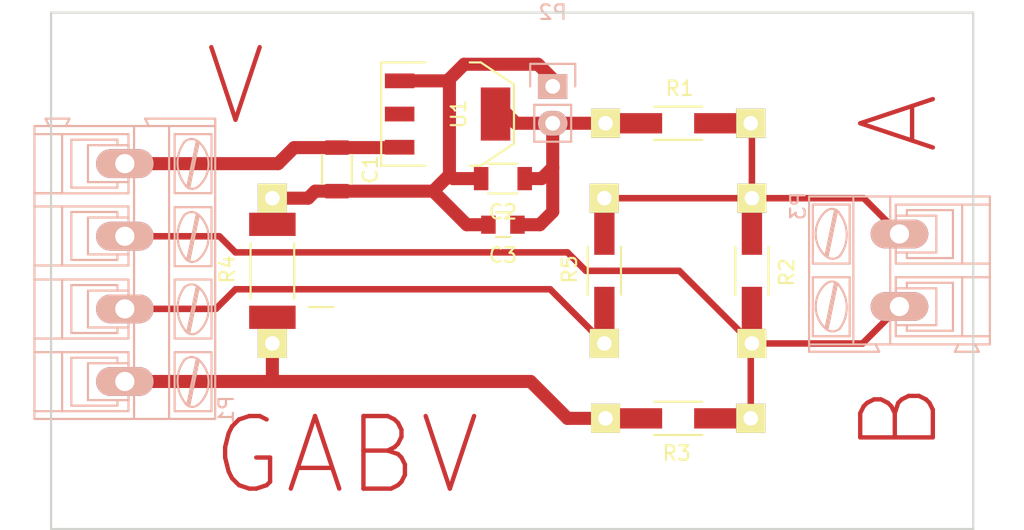
<source format=kicad_pcb>
(kicad_pcb (version 4) (host pcbnew 4.0.4-stable)

  (general
    (links 33)
    (no_connects 13)
    (area 115.138 79.685 187.222 116.915001)
    (thickness 1.6)
    (drawings 8)
    (tracks 55)
    (zones 0)
    (modules 12)
    (nets 6)
  )

  (page A4)
  (title_block
    (title "GOL RS485 Power Link")
    (date 2017-04-18)
    (rev A)
    (company "Matthew Swarts")
  )

  (layers
    (0 F.Cu signal)
    (31 B.Cu signal)
    (32 B.Adhes user)
    (33 F.Adhes user)
    (34 B.Paste user)
    (35 F.Paste user)
    (36 B.SilkS user)
    (37 F.SilkS user)
    (38 B.Mask user)
    (39 F.Mask user)
    (40 Dwgs.User user)
    (41 Cmts.User user)
    (42 Eco1.User user)
    (43 Eco2.User user)
    (44 Edge.Cuts user)
    (45 Margin user)
    (46 B.CrtYd user)
    (47 F.CrtYd user)
    (48 B.Fab user)
    (49 F.Fab user)
  )

  (setup
    (last_trace_width 0.9)
    (user_trace_width 0.9)
    (trace_clearance 0.8)
    (zone_clearance 0.508)
    (zone_45_only no)
    (trace_min 0.2)
    (segment_width 0.2)
    (edge_width 0.15)
    (via_size 0.6)
    (via_drill 0.4)
    (via_min_size 0.4)
    (via_min_drill 0.3)
    (uvia_size 0.3)
    (uvia_drill 0.1)
    (uvias_allowed no)
    (uvia_min_size 0.2)
    (uvia_min_drill 0.1)
    (pcb_text_width 0.3)
    (pcb_text_size 1.5 1.5)
    (mod_edge_width 0.15)
    (mod_text_size 1 1)
    (mod_text_width 0.15)
    (pad_size 2.032 1.7)
    (pad_drill 1.016)
    (pad_to_mask_clearance 0.2)
    (aux_axis_origin 0 0)
    (visible_elements FFFFFF7F)
    (pcbplotparams
      (layerselection 0x01000_00000001)
      (usegerberextensions false)
      (excludeedgelayer true)
      (linewidth 0.100000)
      (plotframeref false)
      (viasonmask false)
      (mode 1)
      (useauxorigin false)
      (hpglpennumber 1)
      (hpglpenspeed 20)
      (hpglpendiameter 15)
      (hpglpenoverlay 2)
      (psnegative false)
      (psa4output false)
      (plotreference true)
      (plotvalue true)
      (plotinvisibletext false)
      (padsonsilk false)
      (subtractmaskfromsilk false)
      (outputformat 1)
      (mirror false)
      (drillshape 0)
      (scaleselection 1)
      (outputdirectory gerbers/))
  )

  (net 0 "")
  (net 1 V12)
  (net 2 GND)
  (net 3 V33)
  (net 4 A)
  (net 5 B)

  (net_class Default "This is the default net class."
    (clearance 0.8)
    (trace_width 0.45)
    (via_dia 0.6)
    (via_drill 0.4)
    (uvia_dia 0.3)
    (uvia_drill 0.1)
    (add_net A)
    (add_net B)
    (add_net GND)
    (add_net V12)
    (add_net V33)
  )

  (module Capacitors_SMD:C_1206 (layer F.Cu) (tedit 5415D7BD) (tstamp 58F5BEBA)
    (at 139.065 92.075 270)
    (descr "Capacitor SMD 1206, reflow soldering, AVX (see smccp.pdf)")
    (tags "capacitor 1206")
    (path /58F616D5)
    (attr smd)
    (fp_text reference C1 (at 0 -2.3 270) (layer F.SilkS)
      (effects (font (size 1 1) (thickness 0.15)))
    )
    (fp_text value 10uF (at 0 2.3 270) (layer F.Fab)
      (effects (font (size 1 1) (thickness 0.15)))
    )
    (fp_line (start -2.3 -1.15) (end 2.3 -1.15) (layer F.CrtYd) (width 0.05))
    (fp_line (start -2.3 1.15) (end 2.3 1.15) (layer F.CrtYd) (width 0.05))
    (fp_line (start -2.3 -1.15) (end -2.3 1.15) (layer F.CrtYd) (width 0.05))
    (fp_line (start 2.3 -1.15) (end 2.3 1.15) (layer F.CrtYd) (width 0.05))
    (fp_line (start 1 -1.025) (end -1 -1.025) (layer F.SilkS) (width 0.15))
    (fp_line (start -1 1.025) (end 1 1.025) (layer F.SilkS) (width 0.15))
    (pad 1 smd rect (at -1.5 0 270) (size 1 1.6) (layers F.Cu F.Paste F.Mask)
      (net 1 V12))
    (pad 2 smd rect (at 1.5 0 270) (size 1 1.6) (layers F.Cu F.Paste F.Mask)
      (net 2 GND))
    (model Capacitors_SMD.3dshapes/C_1206.wrl
      (at (xyz 0 0 0))
      (scale (xyz 1 1 1))
      (rotate (xyz 0 0 0))
    )
  )

  (module Capacitors_SMD:C_1206 (layer F.Cu) (tedit 5415D7BD) (tstamp 58F5BEC0)
    (at 150.495 92.71 180)
    (descr "Capacitor SMD 1206, reflow soldering, AVX (see smccp.pdf)")
    (tags "capacitor 1206")
    (path /58F61713)
    (attr smd)
    (fp_text reference C2 (at 0 -2.3 180) (layer F.SilkS)
      (effects (font (size 1 1) (thickness 0.15)))
    )
    (fp_text value 10uF (at 0 2.3 180) (layer F.Fab)
      (effects (font (size 1 1) (thickness 0.15)))
    )
    (fp_line (start -2.3 -1.15) (end 2.3 -1.15) (layer F.CrtYd) (width 0.05))
    (fp_line (start -2.3 1.15) (end 2.3 1.15) (layer F.CrtYd) (width 0.05))
    (fp_line (start -2.3 -1.15) (end -2.3 1.15) (layer F.CrtYd) (width 0.05))
    (fp_line (start 2.3 -1.15) (end 2.3 1.15) (layer F.CrtYd) (width 0.05))
    (fp_line (start 1 -1.025) (end -1 -1.025) (layer F.SilkS) (width 0.15))
    (fp_line (start -1 1.025) (end 1 1.025) (layer F.SilkS) (width 0.15))
    (pad 1 smd rect (at -1.5 0 180) (size 1 1.6) (layers F.Cu F.Paste F.Mask)
      (net 3 V33))
    (pad 2 smd rect (at 1.5 0 180) (size 1 1.6) (layers F.Cu F.Paste F.Mask)
      (net 2 GND))
    (model Capacitors_SMD.3dshapes/C_1206.wrl
      (at (xyz 0 0 0))
      (scale (xyz 1 1 1))
      (rotate (xyz 0 0 0))
    )
  )

  (module Capacitors_SMD:C_0805 (layer F.Cu) (tedit 5415D6EA) (tstamp 58F5BEC6)
    (at 150.495 95.885 180)
    (descr "Capacitor SMD 0805, reflow soldering, AVX (see smccp.pdf)")
    (tags "capacitor 0805")
    (path /58F61743)
    (attr smd)
    (fp_text reference C3 (at 0 -2.1 180) (layer F.SilkS)
      (effects (font (size 1 1) (thickness 0.15)))
    )
    (fp_text value 0.1uF (at 0 2.1 180) (layer F.Fab)
      (effects (font (size 1 1) (thickness 0.15)))
    )
    (fp_line (start -1.8 -1) (end 1.8 -1) (layer F.CrtYd) (width 0.05))
    (fp_line (start -1.8 1) (end 1.8 1) (layer F.CrtYd) (width 0.05))
    (fp_line (start -1.8 -1) (end -1.8 1) (layer F.CrtYd) (width 0.05))
    (fp_line (start 1.8 -1) (end 1.8 1) (layer F.CrtYd) (width 0.05))
    (fp_line (start 0.5 -0.85) (end -0.5 -0.85) (layer F.SilkS) (width 0.15))
    (fp_line (start -0.5 0.85) (end 0.5 0.85) (layer F.SilkS) (width 0.15))
    (pad 1 smd rect (at -1 0 180) (size 1 1.25) (layers F.Cu F.Paste F.Mask)
      (net 3 V33))
    (pad 2 smd rect (at 1 0 180) (size 1 1.25) (layers F.Cu F.Paste F.Mask)
      (net 2 GND))
    (model Capacitors_SMD.3dshapes/C_0805.wrl
      (at (xyz 0 0 0))
      (scale (xyz 1 1 1))
      (rotate (xyz 0 0 0))
    )
  )

  (module Connect:AK300-4 (layer B.Cu) (tedit 54791E04) (tstamp 58F5BECE)
    (at 124.46 106.68 90)
    (descr CONNECTOR)
    (tags CONNECTOR)
    (path /58F615C4)
    (attr virtual)
    (fp_text reference P1 (at -1.945 6.985 90) (layer B.SilkS)
      (effects (font (size 1 1) (thickness 0.15)) (justify mirror))
    )
    (fp_text value CONN_MAIN1 (at 2.754 -7.747 90) (layer B.Fab)
      (effects (font (size 1 1) (thickness 0.15)) (justify mirror))
    )
    (fp_line (start 18.35 6.473) (end 18.35 -6.473) (layer B.CrtYd) (width 0.05))
    (fp_line (start -2.83 6.473) (end -2.83 -6.473) (layer B.CrtYd) (width 0.05))
    (fp_line (start -2.83 -6.473) (end 18.35 -6.473) (layer B.CrtYd) (width 0.05))
    (fp_line (start -2.83 6.473) (end 18.35 6.473) (layer B.CrtYd) (width 0.05))
    (fp_line (start 8.75 0.254) (end 8.75 -2.54) (layer B.SilkS) (width 0.15))
    (fp_line (start 8.75 -2.54) (end 11.29 -2.54) (layer B.SilkS) (width 0.15))
    (fp_line (start 11.29 -2.54) (end 11.29 0.254) (layer B.SilkS) (width 0.15))
    (fp_line (start 7.9372 3.429) (end 7.9372 5.969) (layer B.SilkS) (width 0.15))
    (fp_line (start 7.9372 5.969) (end 12.0012 5.969) (layer B.SilkS) (width 0.15))
    (fp_line (start 12.0012 5.969) (end 12.0012 3.429) (layer B.SilkS) (width 0.15))
    (fp_line (start 12.0012 3.429) (end 7.9372 3.429) (layer B.SilkS) (width 0.15))
    (fp_line (start 8.3436 4.445) (end 11.3916 5.08) (layer B.SilkS) (width 0.15))
    (fp_line (start 8.4706 4.318) (end 11.5186 4.953) (layer B.SilkS) (width 0.15))
    (fp_arc (start 10.9852 4.59486) (end 11.49066 5.05206) (angle -90.5) (layer B.SilkS) (width 0.15))
    (fp_arc (start 10.02 6.0706) (end 11.48304 4.11734) (angle -75.5) (layer B.SilkS) (width 0.15))
    (fp_arc (start 9.94126 3.7084) (end 8.3436 5.0038) (angle -100) (layer B.SilkS) (width 0.15))
    (fp_arc (start 8.8262 4.64566) (end 8.53664 4.1275) (angle -104.2) (layer B.SilkS) (width 0.15))
    (fp_line (start 7.988 -4.318) (end 12.052 -4.318) (layer B.SilkS) (width 0.15))
    (fp_line (start 12.052 -6.223) (end 12.052 0.254) (layer B.SilkS) (width 0.15))
    (fp_line (start 8.369 -0.508) (end 8.75 -0.508) (layer B.SilkS) (width 0.15))
    (fp_line (start 8.369 -0.508) (end 8.369 -3.683) (layer B.SilkS) (width 0.15))
    (fp_line (start 8.369 -3.683) (end 11.671 -3.683) (layer B.SilkS) (width 0.15))
    (fp_line (start 11.671 -3.683) (end 11.671 -0.508) (layer B.SilkS) (width 0.15))
    (fp_line (start 11.671 -0.508) (end 11.29 -0.508) (layer B.SilkS) (width 0.15))
    (fp_line (start 12.51 0.635) (end 17.59 0.635) (layer B.SilkS) (width 0.15))
    (fp_line (start 7.988 -6.223) (end 7.988 0.254) (layer B.SilkS) (width 0.15))
    (fp_line (start 7.988 0.254) (end 12.052 0.254) (layer B.SilkS) (width 0.15))
    (fp_line (start 16.955 -6.223) (end 13.018 -6.223) (layer B.SilkS) (width 0.15))
    (fp_line (start 13.168 -6.223) (end 7.072 -6.223) (layer B.SilkS) (width 0.15))
    (fp_line (start 17.59 3.048) (end -2.58 3.048) (layer B.SilkS) (width 0.15))
    (fp_line (start 17.74 6.223) (end -2.58 6.223) (layer B.SilkS) (width 0.15))
    (fp_line (start 12.66 0.635) (end -2.5165 0.635) (layer B.SilkS) (width 0.15))
    (fp_line (start 12.9545 -4.0005) (end 12.9545 0.254) (layer B.SilkS) (width 0.15))
    (fp_arc (start 13.8562 4.64566) (end 13.56664 4.1275) (angle -104.2) (layer B.SilkS) (width 0.15))
    (fp_arc (start 14.97126 3.7084) (end 13.3736 5.0038) (angle -100) (layer B.SilkS) (width 0.15))
    (fp_arc (start 15.05 6.0706) (end 16.51304 4.11734) (angle -75.5) (layer B.SilkS) (width 0.15))
    (fp_arc (start 16.0152 4.59486) (end 16.52066 5.05206) (angle -90.5) (layer B.SilkS) (width 0.15))
    (fp_line (start 13.3482 0.254) (end 16.6502 0.254) (layer B.SilkS) (width 0.15))
    (fp_line (start 12.9672 0.254) (end 13.3482 0.254) (layer B.SilkS) (width 0.15))
    (fp_line (start 17.0312 0.254) (end 16.6502 0.254) (layer B.SilkS) (width 0.15))
    (fp_line (start 13.5006 4.318) (end 16.5486 4.953) (layer B.SilkS) (width 0.15))
    (fp_line (start 13.3736 4.445) (end 16.4216 5.08) (layer B.SilkS) (width 0.15))
    (fp_line (start 17.0312 3.429) (end 12.9672 3.429) (layer B.SilkS) (width 0.15))
    (fp_line (start 17.0312 5.969) (end 17.0312 3.429) (layer B.SilkS) (width 0.15))
    (fp_line (start 12.9672 5.969) (end 17.0312 5.969) (layer B.SilkS) (width 0.15))
    (fp_line (start 12.9672 3.429) (end 12.9672 5.969) (layer B.SilkS) (width 0.15))
    (fp_line (start 17.59 3.175) (end 17.59 1.651) (layer B.SilkS) (width 0.15))
    (fp_line (start 17.59 0.635) (end 17.59 -4.064) (layer B.SilkS) (width 0.15))
    (fp_line (start 17.59 1.651) (end 17.59 0.635) (layer B.SilkS) (width 0.15))
    (fp_line (start 16.6502 -0.508) (end 16.2692 -0.508) (layer B.SilkS) (width 0.15))
    (fp_line (start 13.3482 -0.508) (end 13.7292 -0.508) (layer B.SilkS) (width 0.15))
    (fp_line (start 13.3482 -3.683) (end 13.3482 -0.508) (layer B.SilkS) (width 0.15))
    (fp_line (start 16.6502 -3.683) (end 13.3482 -3.683) (layer B.SilkS) (width 0.15))
    (fp_line (start 16.6502 -3.683) (end 16.6502 -0.508) (layer B.SilkS) (width 0.15))
    (fp_line (start 17.0312 -4.318) (end 17.0312 -6.223) (layer B.SilkS) (width 0.15))
    (fp_line (start 12.9672 -4.318) (end 17.0312 -4.318) (layer B.SilkS) (width 0.15))
    (fp_line (start 17.0312 -6.223) (end 17.59 -6.223) (layer B.SilkS) (width 0.15))
    (fp_line (start 17.0312 0.254) (end 17.0312 -4.318) (layer B.SilkS) (width 0.15))
    (fp_line (start 12.9672 -6.223) (end 12.9672 -4.318) (layer B.SilkS) (width 0.15))
    (fp_line (start 18.098 -3.81) (end 18.098 -5.461) (layer B.SilkS) (width 0.15))
    (fp_line (start 17.59 -4.064) (end 17.59 -5.207) (layer B.SilkS) (width 0.15))
    (fp_line (start 18.098 -3.81) (end 17.59 -4.064) (layer B.SilkS) (width 0.15))
    (fp_line (start 17.59 -5.207) (end 17.59 -6.223) (layer B.SilkS) (width 0.15))
    (fp_line (start 18.098 -5.461) (end 17.59 -5.207) (layer B.SilkS) (width 0.15))
    (fp_line (start 18.098 1.397) (end 17.59 1.651) (layer B.SilkS) (width 0.15))
    (fp_line (start 18.098 6.223) (end 18.098 1.397) (layer B.SilkS) (width 0.15))
    (fp_line (start 17.59 6.223) (end 18.098 6.223) (layer B.SilkS) (width 0.15))
    (fp_line (start 17.59 6.223) (end 17.59 3.175) (layer B.SilkS) (width 0.15))
    (fp_line (start 13.7292 -2.54) (end 13.7292 0.254) (layer B.SilkS) (width 0.15))
    (fp_line (start 13.7292 0.254) (end 16.2692 0.254) (layer B.SilkS) (width 0.15))
    (fp_line (start 16.2692 -2.54) (end 16.2692 0.254) (layer B.SilkS) (width 0.15))
    (fp_line (start 13.7292 -2.54) (end 16.2692 -2.54) (layer B.SilkS) (width 0.15))
    (fp_line (start -1.2846 -2.54) (end 1.2554 -2.54) (layer B.SilkS) (width 0.15))
    (fp_line (start 1.2554 -2.54) (end 1.2554 0.254) (layer B.SilkS) (width 0.15))
    (fp_line (start -1.2846 0.254) (end 1.2554 0.254) (layer B.SilkS) (width 0.15))
    (fp_line (start -1.2846 -2.54) (end -1.2846 0.254) (layer B.SilkS) (width 0.15))
    (fp_line (start 3.7192 -2.54) (end 6.2592 -2.54) (layer B.SilkS) (width 0.15))
    (fp_line (start 6.2592 -2.54) (end 6.2592 0.254) (layer B.SilkS) (width 0.15))
    (fp_line (start 3.7192 0.254) (end 6.2592 0.254) (layer B.SilkS) (width 0.15))
    (fp_line (start 3.7192 -2.54) (end 3.7192 0.254) (layer B.SilkS) (width 0.15))
    (fp_line (start 12.9545 -5.207) (end 12.9545 -6.223) (layer B.SilkS) (width 0.15))
    (fp_line (start 12.9545 -4.064) (end 12.9545 -5.207) (layer B.SilkS) (width 0.15))
    (fp_line (start 2.9572 -6.223) (end 2.9572 -4.318) (layer B.SilkS) (width 0.15))
    (fp_line (start 7.0212 0.254) (end 7.0212 -4.318) (layer B.SilkS) (width 0.15))
    (fp_line (start 2.9572 -6.223) (end 7.0212 -6.223) (layer B.SilkS) (width 0.15))
    (fp_line (start 2.0174 -6.223) (end 2.0174 -4.318) (layer B.SilkS) (width 0.15))
    (fp_line (start 2.0174 -6.223) (end 2.9572 -6.223) (layer B.SilkS) (width 0.15))
    (fp_line (start -2.0466 0.254) (end -2.0466 -4.318) (layer B.SilkS) (width 0.15))
    (fp_line (start -2.58 -6.223) (end -2.0466 -6.223) (layer B.SilkS) (width 0.15))
    (fp_line (start -2.0466 -6.223) (end 2.0174 -6.223) (layer B.SilkS) (width 0.15))
    (fp_line (start 2.9572 -4.318) (end 7.0212 -4.318) (layer B.SilkS) (width 0.15))
    (fp_line (start 2.9572 -4.318) (end 2.9572 0.254) (layer B.SilkS) (width 0.15))
    (fp_line (start 7.0212 -4.318) (end 7.0212 -6.223) (layer B.SilkS) (width 0.15))
    (fp_line (start 2.0174 -4.318) (end -2.0466 -4.318) (layer B.SilkS) (width 0.15))
    (fp_line (start 2.0174 -4.318) (end 2.0174 0.254) (layer B.SilkS) (width 0.15))
    (fp_line (start -2.0466 -4.318) (end -2.0466 -6.223) (layer B.SilkS) (width 0.15))
    (fp_line (start 6.6402 -3.683) (end 6.6402 -0.508) (layer B.SilkS) (width 0.15))
    (fp_line (start 6.6402 -3.683) (end 3.3382 -3.683) (layer B.SilkS) (width 0.15))
    (fp_line (start 3.3382 -3.683) (end 3.3382 -0.508) (layer B.SilkS) (width 0.15))
    (fp_line (start 1.6364 -3.683) (end 1.6364 -0.508) (layer B.SilkS) (width 0.15))
    (fp_line (start 1.6364 -3.683) (end -1.6656 -3.683) (layer B.SilkS) (width 0.15))
    (fp_line (start -1.6656 -3.683) (end -1.6656 -0.508) (layer B.SilkS) (width 0.15))
    (fp_line (start -1.6656 -0.508) (end -1.2846 -0.508) (layer B.SilkS) (width 0.15))
    (fp_line (start 1.6364 -0.508) (end 1.2554 -0.508) (layer B.SilkS) (width 0.15))
    (fp_line (start 3.3382 -0.508) (end 3.7192 -0.508) (layer B.SilkS) (width 0.15))
    (fp_line (start 6.6402 -0.508) (end 6.2592 -0.508) (layer B.SilkS) (width 0.15))
    (fp_line (start -2.58 -6.223) (end -2.58 0.635) (layer B.SilkS) (width 0.15))
    (fp_line (start -2.58 0.635) (end -2.58 3.175) (layer B.SilkS) (width 0.15))
    (fp_line (start -2.58 3.175) (end -2.58 6.223) (layer B.SilkS) (width 0.15))
    (fp_line (start 2.9572 3.429) (end 2.9572 5.969) (layer B.SilkS) (width 0.15))
    (fp_line (start 2.9572 5.969) (end 7.0212 5.969) (layer B.SilkS) (width 0.15))
    (fp_line (start 7.0212 5.969) (end 7.0212 3.429) (layer B.SilkS) (width 0.15))
    (fp_line (start 7.0212 3.429) (end 2.9572 3.429) (layer B.SilkS) (width 0.15))
    (fp_line (start 2.0174 3.429) (end 2.0174 5.969) (layer B.SilkS) (width 0.15))
    (fp_line (start 2.0174 3.429) (end -2.0466 3.429) (layer B.SilkS) (width 0.15))
    (fp_line (start -2.0466 3.429) (end -2.0466 5.969) (layer B.SilkS) (width 0.15))
    (fp_line (start 2.0174 5.969) (end -2.0466 5.969) (layer B.SilkS) (width 0.15))
    (fp_line (start 3.3636 4.445) (end 6.4116 5.08) (layer B.SilkS) (width 0.15))
    (fp_line (start 3.4906 4.318) (end 6.5386 4.953) (layer B.SilkS) (width 0.15))
    (fp_line (start -1.6402 4.445) (end 1.41034 5.08) (layer B.SilkS) (width 0.15))
    (fp_line (start -1.5132 4.318) (end 1.5348 4.953) (layer B.SilkS) (width 0.15))
    (fp_line (start -2.0466 0.254) (end -1.6656 0.254) (layer B.SilkS) (width 0.15))
    (fp_line (start 2.0174 0.254) (end 1.6364 0.254) (layer B.SilkS) (width 0.15))
    (fp_line (start 1.6364 0.254) (end -1.6656 0.254) (layer B.SilkS) (width 0.15))
    (fp_line (start 7.0212 0.254) (end 6.6402 0.254) (layer B.SilkS) (width 0.15))
    (fp_line (start 2.9572 0.254) (end 3.3382 0.254) (layer B.SilkS) (width 0.15))
    (fp_line (start 3.3382 0.254) (end 6.6402 0.254) (layer B.SilkS) (width 0.15))
    (fp_arc (start 6.0052 4.59486) (end 6.51066 5.05206) (angle -90.5) (layer B.SilkS) (width 0.15))
    (fp_arc (start 5.04 6.0706) (end 6.50304 4.11734) (angle -75.5) (layer B.SilkS) (width 0.15))
    (fp_arc (start 4.96126 3.7084) (end 3.3636 5.0038) (angle -100) (layer B.SilkS) (width 0.15))
    (fp_arc (start 3.8462 4.64566) (end 3.55664 4.1275) (angle -104.2) (layer B.SilkS) (width 0.15))
    (fp_arc (start 1.0014 4.59486) (end 1.5094 5.05206) (angle -90.5) (layer B.SilkS) (width 0.15))
    (fp_arc (start 0.03874 6.0706) (end 1.50178 4.11734) (angle -75.5) (layer B.SilkS) (width 0.15))
    (fp_arc (start -0.03746 3.7084) (end -1.6402 5.0038) (angle -100) (layer B.SilkS) (width 0.15))
    (fp_arc (start -1.1576 4.64566) (end -1.44462 4.1275) (angle -104.2) (layer B.SilkS) (width 0.15))
    (pad 1 thru_hole oval (at 0 0 90) (size 1.9812 3.9624) (drill 1.3208) (layers *.Cu B.Paste B.SilkS B.Mask)
      (net 2 GND))
    (pad 2 thru_hole oval (at 5 0 90) (size 1.9812 3.9624) (drill 1.3208) (layers *.Cu B.Paste B.SilkS B.Mask)
      (net 4 A))
    (pad 4 thru_hole oval (at 15 0 90) (size 1.9812 3.9624) (drill 1.3208) (layers *.Cu B.Paste B.SilkS B.Mask)
      (net 1 V12))
    (pad 3 thru_hole oval (at 10 0 90) (size 1.9812 3.9624) (drill 1.3208) (layers *.Cu *.Mask B.SilkS)
      (net 5 B))
  )

  (module Pin_Headers:Pin_Header_Straight_1x02 (layer B.Cu) (tedit 58F5C21C) (tstamp 58F5BED4)
    (at 153.924 86.36 180)
    (descr "Through hole pin header")
    (tags "pin header")
    (path /58F618B6)
    (fp_text reference P2 (at 0 5.1 180) (layer B.SilkS)
      (effects (font (size 1 1) (thickness 0.15)) (justify mirror))
    )
    (fp_text value CONN_33PWR (at 0 3.1 180) (layer B.Fab)
      (effects (font (size 1 1) (thickness 0.15)) (justify mirror))
    )
    (fp_line (start 1.27 -1.27) (end 1.27 -3.81) (layer B.SilkS) (width 0.15))
    (fp_line (start 1.55 1.55) (end 1.55 0) (layer B.SilkS) (width 0.15))
    (fp_line (start -1.75 1.75) (end -1.75 -4.3) (layer B.CrtYd) (width 0.05))
    (fp_line (start 1.75 1.75) (end 1.75 -4.3) (layer B.CrtYd) (width 0.05))
    (fp_line (start -1.75 1.75) (end 1.75 1.75) (layer B.CrtYd) (width 0.05))
    (fp_line (start -1.75 -4.3) (end 1.75 -4.3) (layer B.CrtYd) (width 0.05))
    (fp_line (start 1.27 -1.27) (end -1.27 -1.27) (layer B.SilkS) (width 0.15))
    (fp_line (start -1.55 0) (end -1.55 1.55) (layer B.SilkS) (width 0.15))
    (fp_line (start -1.55 1.55) (end 1.55 1.55) (layer B.SilkS) (width 0.15))
    (fp_line (start -1.27 -1.27) (end -1.27 -3.81) (layer B.SilkS) (width 0.15))
    (fp_line (start -1.27 -3.81) (end 1.27 -3.81) (layer B.SilkS) (width 0.15))
    (pad 1 thru_hole rect (at 0 0 180) (size 2.032 1.7) (drill 1.016) (layers *.Cu *.Mask B.SilkS)
      (net 2 GND))
    (pad 2 thru_hole oval (at 0 -2.54 180) (size 2.032 1.7) (drill 1.016) (layers *.Cu *.Mask B.SilkS)
      (net 3 V33))
    (model Pin_Headers.3dshapes/Pin_Header_Straight_1x02.wrl
      (at (xyz 0 -0.05 0))
      (scale (xyz 1 1 1))
      (rotate (xyz 0 0 90))
    )
  )

  (module Connect:AK300-2 (layer B.Cu) (tedit 54792136) (tstamp 58F5BEDA)
    (at 177.8 96.52 270)
    (descr CONNECTOR)
    (tags CONNECTOR)
    (path /58F6187D)
    (attr virtual)
    (fp_text reference P3 (at -1.92 6.985 270) (layer B.SilkS)
      (effects (font (size 1 1) (thickness 0.15)) (justify mirror))
    )
    (fp_text value CONN_RS485_USB (at 2.779 -7.747 270) (layer B.Fab)
      (effects (font (size 1 1) (thickness 0.15)) (justify mirror))
    )
    (fp_line (start 8.363 6.473) (end -2.83 6.473) (layer B.CrtYd) (width 0.05))
    (fp_line (start 8.363 -6.473) (end 8.363 6.473) (layer B.CrtYd) (width 0.05))
    (fp_line (start -2.83 -6.473) (end 8.363 -6.473) (layer B.CrtYd) (width 0.05))
    (fp_line (start -2.83 6.473) (end -2.83 -6.473) (layer B.CrtYd) (width 0.05))
    (fp_line (start -1.2596 -2.54) (end 1.2804 -2.54) (layer B.SilkS) (width 0.15))
    (fp_line (start 1.2804 -2.54) (end 1.2804 0.254) (layer B.SilkS) (width 0.15))
    (fp_line (start -1.2596 0.254) (end 1.2804 0.254) (layer B.SilkS) (width 0.15))
    (fp_line (start -1.2596 -2.54) (end -1.2596 0.254) (layer B.SilkS) (width 0.15))
    (fp_line (start 3.7442 -2.54) (end 6.2842 -2.54) (layer B.SilkS) (width 0.15))
    (fp_line (start 6.2842 -2.54) (end 6.2842 0.254) (layer B.SilkS) (width 0.15))
    (fp_line (start 3.7442 0.254) (end 6.2842 0.254) (layer B.SilkS) (width 0.15))
    (fp_line (start 3.7442 -2.54) (end 3.7442 0.254) (layer B.SilkS) (width 0.15))
    (fp_line (start 7.605 6.223) (end 7.605 3.175) (layer B.SilkS) (width 0.15))
    (fp_line (start 7.605 6.223) (end -2.58 6.223) (layer B.SilkS) (width 0.15))
    (fp_line (start 7.605 6.223) (end 8.113 6.223) (layer B.SilkS) (width 0.15))
    (fp_line (start 8.113 6.223) (end 8.113 1.397) (layer B.SilkS) (width 0.15))
    (fp_line (start 8.113 1.397) (end 7.605 1.651) (layer B.SilkS) (width 0.15))
    (fp_line (start 8.113 -5.461) (end 7.605 -5.207) (layer B.SilkS) (width 0.15))
    (fp_line (start 7.605 -5.207) (end 7.605 -6.223) (layer B.SilkS) (width 0.15))
    (fp_line (start 8.113 -3.81) (end 7.605 -4.064) (layer B.SilkS) (width 0.15))
    (fp_line (start 7.605 -4.064) (end 7.605 -5.207) (layer B.SilkS) (width 0.15))
    (fp_line (start 8.113 -3.81) (end 8.113 -5.461) (layer B.SilkS) (width 0.15))
    (fp_line (start 2.9822 -6.223) (end 2.9822 -4.318) (layer B.SilkS) (width 0.15))
    (fp_line (start 7.0462 0.254) (end 7.0462 -4.318) (layer B.SilkS) (width 0.15))
    (fp_line (start 2.9822 -6.223) (end 7.0462 -6.223) (layer B.SilkS) (width 0.15))
    (fp_line (start 7.0462 -6.223) (end 7.605 -6.223) (layer B.SilkS) (width 0.15))
    (fp_line (start 2.0424 -6.223) (end 2.0424 -4.318) (layer B.SilkS) (width 0.15))
    (fp_line (start 2.0424 -6.223) (end 2.9822 -6.223) (layer B.SilkS) (width 0.15))
    (fp_line (start -2.0216 0.254) (end -2.0216 -4.318) (layer B.SilkS) (width 0.15))
    (fp_line (start -2.58 -6.223) (end -2.0216 -6.223) (layer B.SilkS) (width 0.15))
    (fp_line (start -2.0216 -6.223) (end 2.0424 -6.223) (layer B.SilkS) (width 0.15))
    (fp_line (start 2.9822 -4.318) (end 7.0462 -4.318) (layer B.SilkS) (width 0.15))
    (fp_line (start 2.9822 -4.318) (end 2.9822 0.254) (layer B.SilkS) (width 0.15))
    (fp_line (start 7.0462 -4.318) (end 7.0462 -6.223) (layer B.SilkS) (width 0.15))
    (fp_line (start 2.0424 -4.318) (end -2.0216 -4.318) (layer B.SilkS) (width 0.15))
    (fp_line (start 2.0424 -4.318) (end 2.0424 0.254) (layer B.SilkS) (width 0.15))
    (fp_line (start -2.0216 -4.318) (end -2.0216 -6.223) (layer B.SilkS) (width 0.15))
    (fp_line (start 6.6652 -3.683) (end 6.6652 -0.508) (layer B.SilkS) (width 0.15))
    (fp_line (start 6.6652 -3.683) (end 3.3632 -3.683) (layer B.SilkS) (width 0.15))
    (fp_line (start 3.3632 -3.683) (end 3.3632 -0.508) (layer B.SilkS) (width 0.15))
    (fp_line (start 1.6614 -3.683) (end 1.6614 -0.508) (layer B.SilkS) (width 0.15))
    (fp_line (start 1.6614 -3.683) (end -1.6406 -3.683) (layer B.SilkS) (width 0.15))
    (fp_line (start -1.6406 -3.683) (end -1.6406 -0.508) (layer B.SilkS) (width 0.15))
    (fp_line (start -1.6406 -0.508) (end -1.2596 -0.508) (layer B.SilkS) (width 0.15))
    (fp_line (start 1.6614 -0.508) (end 1.2804 -0.508) (layer B.SilkS) (width 0.15))
    (fp_line (start 3.3632 -0.508) (end 3.7442 -0.508) (layer B.SilkS) (width 0.15))
    (fp_line (start 6.6652 -0.508) (end 6.2842 -0.508) (layer B.SilkS) (width 0.15))
    (fp_line (start -2.58 -6.223) (end -2.58 0.635) (layer B.SilkS) (width 0.15))
    (fp_line (start -2.58 0.635) (end -2.58 3.175) (layer B.SilkS) (width 0.15))
    (fp_line (start 7.605 1.651) (end 7.605 0.635) (layer B.SilkS) (width 0.15))
    (fp_line (start 7.605 0.635) (end 7.605 -4.064) (layer B.SilkS) (width 0.15))
    (fp_line (start -2.58 3.175) (end 7.605 3.175) (layer B.SilkS) (width 0.15))
    (fp_line (start -2.58 3.175) (end -2.58 6.223) (layer B.SilkS) (width 0.15))
    (fp_line (start 7.605 3.175) (end 7.605 1.651) (layer B.SilkS) (width 0.15))
    (fp_line (start 2.9822 3.429) (end 2.9822 5.969) (layer B.SilkS) (width 0.15))
    (fp_line (start 2.9822 5.969) (end 7.0462 5.969) (layer B.SilkS) (width 0.15))
    (fp_line (start 7.0462 5.969) (end 7.0462 3.429) (layer B.SilkS) (width 0.15))
    (fp_line (start 7.0462 3.429) (end 2.9822 3.429) (layer B.SilkS) (width 0.15))
    (fp_line (start 2.0424 3.429) (end 2.0424 5.969) (layer B.SilkS) (width 0.15))
    (fp_line (start 2.0424 3.429) (end -2.0216 3.429) (layer B.SilkS) (width 0.15))
    (fp_line (start -2.0216 3.429) (end -2.0216 5.969) (layer B.SilkS) (width 0.15))
    (fp_line (start 2.0424 5.969) (end -2.0216 5.969) (layer B.SilkS) (width 0.15))
    (fp_line (start 3.3886 4.445) (end 6.4366 5.08) (layer B.SilkS) (width 0.15))
    (fp_line (start 3.5156 4.318) (end 6.5636 4.953) (layer B.SilkS) (width 0.15))
    (fp_line (start -1.6152 4.445) (end 1.43534 5.08) (layer B.SilkS) (width 0.15))
    (fp_line (start -1.4882 4.318) (end 1.5598 4.953) (layer B.SilkS) (width 0.15))
    (fp_line (start -2.0216 0.254) (end -1.6406 0.254) (layer B.SilkS) (width 0.15))
    (fp_line (start 2.0424 0.254) (end 1.6614 0.254) (layer B.SilkS) (width 0.15))
    (fp_line (start 1.6614 0.254) (end -1.6406 0.254) (layer B.SilkS) (width 0.15))
    (fp_line (start -2.58 0.635) (end -1.6406 0.635) (layer B.SilkS) (width 0.15))
    (fp_line (start -1.6406 0.635) (end 1.6614 0.635) (layer B.SilkS) (width 0.15))
    (fp_line (start 1.6614 0.635) (end 3.3632 0.635) (layer B.SilkS) (width 0.15))
    (fp_line (start 7.605 0.635) (end 6.6652 0.635) (layer B.SilkS) (width 0.15))
    (fp_line (start 6.6652 0.635) (end 3.3632 0.635) (layer B.SilkS) (width 0.15))
    (fp_line (start 7.0462 0.254) (end 6.6652 0.254) (layer B.SilkS) (width 0.15))
    (fp_line (start 2.9822 0.254) (end 3.3632 0.254) (layer B.SilkS) (width 0.15))
    (fp_line (start 3.3632 0.254) (end 6.6652 0.254) (layer B.SilkS) (width 0.15))
    (fp_arc (start 6.0302 4.59486) (end 6.53566 5.05206) (angle -90.5) (layer B.SilkS) (width 0.15))
    (fp_arc (start 5.065 6.0706) (end 6.52804 4.11734) (angle -75.5) (layer B.SilkS) (width 0.15))
    (fp_arc (start 4.98626 3.7084) (end 3.3886 5.0038) (angle -100) (layer B.SilkS) (width 0.15))
    (fp_arc (start 3.8712 4.64566) (end 3.58164 4.1275) (angle -104.2) (layer B.SilkS) (width 0.15))
    (fp_arc (start 1.0264 4.59486) (end 1.5344 5.05206) (angle -90.5) (layer B.SilkS) (width 0.15))
    (fp_arc (start 0.06374 6.0706) (end 1.52678 4.11734) (angle -75.5) (layer B.SilkS) (width 0.15))
    (fp_arc (start -0.01246 3.7084) (end -1.6152 5.0038) (angle -100) (layer B.SilkS) (width 0.15))
    (fp_arc (start -1.1326 4.64566) (end -1.41962 4.1275) (angle -104.2) (layer B.SilkS) (width 0.15))
    (pad 1 thru_hole oval (at 0 0 270) (size 1.9812 3.9624) (drill 1.3208) (layers *.Cu B.Paste B.SilkS B.Mask)
      (net 4 A))
    (pad 2 thru_hole oval (at 5 0 270) (size 1.9812 3.9624) (drill 1.3208) (layers *.Cu B.Paste B.SilkS B.Mask)
      (net 5 B))
  )

  (module Resistors_Universal:Resistor_SMD+THTuniversal_1206_RM10_HandSoldering (layer F.Cu) (tedit 0) (tstamp 58F5BEE2)
    (at 162.56 88.9)
    (descr "Resistor, SMD+THT, universal, 1206, RM10, HandSoldering,")
    (tags "Resistor, SMD+THT, universal, 1206, RM10, Hand soldering,")
    (path /58F61B4B)
    (fp_text reference R1 (at 0.09906 -2.4003) (layer F.SilkS)
      (effects (font (size 1 1) (thickness 0.15)))
    )
    (fp_text value 560 (at 2.70002 2.70002) (layer F.Fab)
      (effects (font (size 1 1) (thickness 0.15)))
    )
    (fp_line (start 1.651 1.143) (end -1.651 1.143) (layer F.SilkS) (width 0.15))
    (fp_line (start 0 -1.143) (end -1.651 -1.143) (layer F.SilkS) (width 0.15))
    (fp_line (start 0 -1.143) (end 1.651 -1.143) (layer F.SilkS) (width 0.15))
    (pad 1 smd rect (at -2.60096 0) (size 2.99974 1.39954) (layers F.Cu F.Paste F.Mask)
      (net 3 V33))
    (pad 2 smd rect (at 2.60096 0) (size 2.99974 1.39954) (layers F.Cu F.Paste F.Mask)
      (net 4 A))
    (pad 1 thru_hole rect (at -5.00126 0) (size 1.99898 1.99898) (drill 1.00076) (layers *.Cu *.Mask F.SilkS)
      (net 3 V33))
    (pad 2 thru_hole rect (at 5.00126 0) (size 1.99898 1.99898) (drill 1.00076) (layers *.Cu *.Mask F.SilkS)
      (net 4 A))
  )

  (module Resistors_Universal:Resistor_SMD+THTuniversal_1206_RM10_HandSoldering (layer F.Cu) (tedit 0) (tstamp 58F5BEEA)
    (at 167.64 99.06 270)
    (descr "Resistor, SMD+THT, universal, 1206, RM10, HandSoldering,")
    (tags "Resistor, SMD+THT, universal, 1206, RM10, Hand soldering,")
    (path /58F61B90)
    (fp_text reference R2 (at 0.09906 -2.4003 270) (layer F.SilkS)
      (effects (font (size 1 1) (thickness 0.15)))
    )
    (fp_text value 120 (at 2.70002 2.70002 270) (layer F.Fab)
      (effects (font (size 1 1) (thickness 0.15)))
    )
    (fp_line (start 1.651 1.143) (end -1.651 1.143) (layer F.SilkS) (width 0.15))
    (fp_line (start 0 -1.143) (end -1.651 -1.143) (layer F.SilkS) (width 0.15))
    (fp_line (start 0 -1.143) (end 1.651 -1.143) (layer F.SilkS) (width 0.15))
    (pad 1 smd rect (at -2.60096 0 270) (size 2.99974 1.39954) (layers F.Cu F.Paste F.Mask)
      (net 4 A))
    (pad 2 smd rect (at 2.60096 0 270) (size 2.99974 1.39954) (layers F.Cu F.Paste F.Mask)
      (net 5 B))
    (pad 1 thru_hole rect (at -5.00126 0 270) (size 1.99898 1.99898) (drill 1.00076) (layers *.Cu *.Mask F.SilkS)
      (net 4 A))
    (pad 2 thru_hole rect (at 5.00126 0 270) (size 1.99898 1.99898) (drill 1.00076) (layers *.Cu *.Mask F.SilkS)
      (net 5 B))
  )

  (module Resistors_Universal:Resistor_SMD+THTuniversal_1206_RM10_HandSoldering (layer F.Cu) (tedit 0) (tstamp 58F5BEF2)
    (at 162.56 109.22 180)
    (descr "Resistor, SMD+THT, universal, 1206, RM10, HandSoldering,")
    (tags "Resistor, SMD+THT, universal, 1206, RM10, Hand soldering,")
    (path /58F61BE1)
    (fp_text reference R3 (at 0.09906 -2.4003 180) (layer F.SilkS)
      (effects (font (size 1 1) (thickness 0.15)))
    )
    (fp_text value 560 (at 2.70002 2.70002 180) (layer F.Fab)
      (effects (font (size 1 1) (thickness 0.15)))
    )
    (fp_line (start 1.651 1.143) (end -1.651 1.143) (layer F.SilkS) (width 0.15))
    (fp_line (start 0 -1.143) (end -1.651 -1.143) (layer F.SilkS) (width 0.15))
    (fp_line (start 0 -1.143) (end 1.651 -1.143) (layer F.SilkS) (width 0.15))
    (pad 1 smd rect (at -2.60096 0 180) (size 2.99974 1.39954) (layers F.Cu F.Paste F.Mask)
      (net 5 B))
    (pad 2 smd rect (at 2.60096 0 180) (size 2.99974 1.39954) (layers F.Cu F.Paste F.Mask)
      (net 2 GND))
    (pad 1 thru_hole rect (at -5.00126 0 180) (size 1.99898 1.99898) (drill 1.00076) (layers *.Cu *.Mask F.SilkS)
      (net 5 B))
    (pad 2 thru_hole rect (at 5.00126 0 180) (size 1.99898 1.99898) (drill 1.00076) (layers *.Cu *.Mask F.SilkS)
      (net 2 GND))
  )

  (module TO_SOT_Packages_SMD:SOT-223 (layer F.Cu) (tedit 0) (tstamp 58F5BEFA)
    (at 146.685 88.265 270)
    (descr "module CMS SOT223 4 pins")
    (tags "CMS SOT")
    (path /58F615F2)
    (attr smd)
    (fp_text reference U1 (at 0 -0.762 270) (layer F.SilkS)
      (effects (font (size 1 1) (thickness 0.15)))
    )
    (fp_text value LM1117-3.3 (at 0 0.762 270) (layer F.Fab)
      (effects (font (size 1 1) (thickness 0.15)))
    )
    (fp_line (start -3.556 1.524) (end -3.556 4.572) (layer F.SilkS) (width 0.15))
    (fp_line (start -3.556 4.572) (end 3.556 4.572) (layer F.SilkS) (width 0.15))
    (fp_line (start 3.556 4.572) (end 3.556 1.524) (layer F.SilkS) (width 0.15))
    (fp_line (start -3.556 -1.524) (end -3.556 -2.286) (layer F.SilkS) (width 0.15))
    (fp_line (start -3.556 -2.286) (end -2.032 -4.572) (layer F.SilkS) (width 0.15))
    (fp_line (start -2.032 -4.572) (end 2.032 -4.572) (layer F.SilkS) (width 0.15))
    (fp_line (start 2.032 -4.572) (end 3.556 -2.286) (layer F.SilkS) (width 0.15))
    (fp_line (start 3.556 -2.286) (end 3.556 -1.524) (layer F.SilkS) (width 0.15))
    (pad 4 smd rect (at 0 -3.302 270) (size 3.6576 2.032) (layers F.Cu F.Paste F.Mask)
      (net 3 V33))
    (pad 2 smd rect (at 0 3.302 270) (size 1.016 2.032) (layers F.Cu F.Paste F.Mask)
      (net 3 V33))
    (pad 3 smd rect (at 2.286 3.302 270) (size 1.016 2.032) (layers F.Cu F.Paste F.Mask)
      (net 1 V12))
    (pad 1 smd rect (at -2.286 3.302 270) (size 1.016 2.032) (layers F.Cu F.Paste F.Mask)
      (net 2 GND))
    (model TO_SOT_Packages_SMD.3dshapes/SOT-223.wrl
      (at (xyz 0 0 0))
      (scale (xyz 0.4 0.4 0.4))
      (rotate (xyz 0 0 0))
    )
  )

  (module Resistors_Universal:Resistor_SMD+THTuniversal_2512_RM10_HandSoldering (layer F.Cu) (tedit 0) (tstamp 58F5C0B5)
    (at 134.62 99.06 90)
    (descr "Resistor, SMD+THT, 2512, RM10, Hand soldering,")
    (tags "Resistor, SMD+THT, 2512, RM10, Hand soldering,")
    (path /58F63321)
    (fp_text reference R4 (at 0.09906 -3.0988 90) (layer F.SilkS)
      (effects (font (size 1 1) (thickness 0.15)))
    )
    (fp_text value 0 (at -0.39878 4.20116 90) (layer F.Fab)
      (effects (font (size 1 1) (thickness 0.15)))
    )
    (fp_line (start 1.89992 1.50114) (end -1.89992 1.50114) (layer F.SilkS) (width 0.15))
    (fp_line (start 1.89992 -1.50114) (end -1.89992 -1.50114) (layer F.SilkS) (width 0.15))
    (fp_line (start -2.49936 2.49936) (end -2.49936 4.20116) (layer F.SilkS) (width 0.15))
    (fp_circle (center 0 0) (end 0.8001 0) (layer F.Adhes) (width 0.381))
    (fp_circle (center 0 0) (end 0.50038 0) (layer F.Adhes) (width 0.381))
    (fp_circle (center 0 0) (end 0.20066 0) (layer F.Adhes) (width 0.381))
    (pad 1 smd rect (at -3.2004 0 90) (size 1.6002 3.2004) (layers F.Cu F.Paste F.Mask)
      (net 2 GND))
    (pad 2 smd rect (at 3.2004 0 90) (size 1.6002 3.2004) (layers F.Cu F.Paste F.Mask)
      (net 2 GND))
    (pad 1 thru_hole rect (at -5.00126 0 270) (size 1.99898 1.99898) (drill 1.00076) (layers *.Cu *.Mask F.SilkS)
      (net 2 GND))
    (pad 2 thru_hole rect (at 5.00126 0 270) (size 1.99898 1.99898) (drill 1.00076) (layers *.Cu *.Mask F.SilkS)
      (net 2 GND))
  )

  (module Resistors_Universal:Resistor_SMD+THTuniversal_1206_RM10_HandSoldering (layer F.Cu) (tedit 0) (tstamp 58F5C0BD)
    (at 157.48 99.06 90)
    (descr "Resistor, SMD+THT, universal, 1206, RM10, HandSoldering,")
    (tags "Resistor, SMD+THT, universal, 1206, RM10, Hand soldering,")
    (path /58F63007)
    (fp_text reference R5 (at 0.09906 -2.4003 90) (layer F.SilkS)
      (effects (font (size 1 1) (thickness 0.15)))
    )
    (fp_text value 0 (at 2.70002 2.70002 90) (layer F.Fab)
      (effects (font (size 1 1) (thickness 0.15)))
    )
    (fp_line (start 1.651 1.143) (end -1.651 1.143) (layer F.SilkS) (width 0.15))
    (fp_line (start 0 -1.143) (end -1.651 -1.143) (layer F.SilkS) (width 0.15))
    (fp_line (start 0 -1.143) (end 1.651 -1.143) (layer F.SilkS) (width 0.15))
    (pad 1 smd rect (at -2.60096 0 90) (size 2.99974 1.39954) (layers F.Cu F.Paste F.Mask)
      (net 4 A))
    (pad 2 smd rect (at 2.60096 0 90) (size 2.99974 1.39954) (layers F.Cu F.Paste F.Mask)
      (net 4 A))
    (pad 1 thru_hole rect (at -5.00126 0 90) (size 1.99898 1.99898) (drill 1.00076) (layers *.Cu *.Mask F.SilkS)
      (net 4 A))
    (pad 2 thru_hole rect (at 5.00126 0 90) (size 1.99898 1.99898) (drill 1.00076) (layers *.Cu *.Mask F.SilkS)
      (net 4 A))
  )

  (gr_text V (at 132.08 86.36) (layer F.Cu)
    (effects (font (size 5 5) (thickness 0.3)))
  )
  (gr_text GABV (at 139.7 111.76) (layer F.Cu)
    (effects (font (size 5 5) (thickness 0.3)))
  )
  (gr_text B (at 177.8 109.22 90) (layer F.Cu)
    (effects (font (size 5 5) (thickness 0.3)))
  )
  (gr_text A (at 177.8 88.9 90) (layer F.Cu)
    (effects (font (size 5 5) (thickness 0.3)))
  )
  (gr_line (start 182.88 81.28) (end 119.38 81.28) (angle 90) (layer Edge.Cuts) (width 0.15))
  (gr_line (start 182.88 116.84) (end 182.88 81.28) (angle 90) (layer Edge.Cuts) (width 0.15))
  (gr_line (start 119.38 116.84) (end 182.88 116.84) (angle 90) (layer Edge.Cuts) (width 0.15))
  (gr_line (start 119.38 81.28) (end 119.38 116.84) (angle 90) (layer Edge.Cuts) (width 0.15))

  (segment (start 139.065 90.575) (end 143.359 90.575) (width 0.9) (layer F.Cu) (net 1))
  (segment (start 143.359 90.575) (end 143.383 90.551) (width 0.9) (layer F.Cu) (net 1) (tstamp 58F5C315))
  (segment (start 124.46 91.68) (end 135.015 91.68) (width 0.9) (layer F.Cu) (net 1))
  (segment (start 136.12 90.575) (end 139.065 90.575) (width 0.9) (layer F.Cu) (net 1) (tstamp 58F5C23C))
  (segment (start 135.015 91.68) (end 136.12 90.575) (width 0.9) (layer F.Cu) (net 1) (tstamp 58F5C23B))
  (segment (start 149.495 95.885) (end 148.003 95.885) (width 0.9) (layer F.Cu) (net 2))
  (segment (start 148.003 95.885) (end 145.693 93.575) (width 0.9) (layer F.Cu) (net 2) (tstamp 58F5C312))
  (segment (start 148.995 92.71) (end 147.066 92.71) (width 0.9) (layer F.Cu) (net 2))
  (segment (start 147.066 92.71) (end 146.812 92.456) (width 0.9) (layer F.Cu) (net 2) (tstamp 58F5C30F))
  (segment (start 143.383 85.979) (end 146.685 85.979) (width 0.9) (layer F.Cu) (net 2))
  (segment (start 146.685 85.979) (end 146.812 85.852) (width 0.9) (layer F.Cu) (net 2) (tstamp 58F5C30C))
  (segment (start 152.908 84.836) (end 153.924 85.852) (width 0.9) (layer F.Cu) (net 2))
  (segment (start 139.065 93.575) (end 145.693 93.575) (width 0.9) (layer F.Cu) (net 2))
  (segment (start 147.828 84.836) (end 152.908 84.836) (width 0.9) (layer F.Cu) (net 2) (tstamp 58F5C2E9))
  (segment (start 146.812 85.852) (end 147.828 84.836) (width 0.9) (layer F.Cu) (net 2) (tstamp 58F5C2E7))
  (segment (start 146.812 92.456) (end 146.812 85.852) (width 0.9) (layer F.Cu) (net 2) (tstamp 58F5C2E6))
  (segment (start 145.693 93.575) (end 146.812 92.456) (width 0.9) (layer F.Cu) (net 2) (tstamp 58F5C2E3))
  (segment (start 134.62 104.06126) (end 134.62 106.68) (width 0.9) (layer F.Cu) (net 2))
  (segment (start 124.46 106.68) (end 134.62 106.68) (width 0.9) (layer F.Cu) (net 2) (status 10))
  (segment (start 134.62 106.68) (end 142.24 106.68) (width 0.9) (layer F.Cu) (net 2) (tstamp 58F5C239) (status 10))
  (segment (start 142.24 106.68) (end 152.4 106.68) (width 0.9) (layer F.Cu) (net 2) (tstamp 58F5C10D))
  (segment (start 154.94 109.22) (end 157.55874 109.22) (width 0.9) (layer F.Cu) (net 2) (tstamp 58F5C0FB))
  (segment (start 152.4 106.68) (end 154.94 109.22) (width 0.9) (layer F.Cu) (net 2) (tstamp 58F5C0FA))
  (segment (start 134.62 94.05874) (end 137.08126 94.05874) (width 0.9) (layer F.Cu) (net 2))
  (segment (start 137.565 93.575) (end 139.065 93.575) (width 0.9) (layer F.Cu) (net 2) (tstamp 58F5C247))
  (segment (start 137.08126 94.05874) (end 137.565 93.575) (width 0.9) (layer F.Cu) (net 2) (tstamp 58F5C244))
  (segment (start 151.495 95.885) (end 153.035 95.885) (width 0.9) (layer F.Cu) (net 3))
  (segment (start 153.924 94.996) (end 153.924 91.948) (width 0.9) (layer F.Cu) (net 3) (tstamp 58F5C2DF))
  (segment (start 153.035 95.885) (end 153.924 94.996) (width 0.9) (layer F.Cu) (net 3) (tstamp 58F5C2DE))
  (segment (start 151.995 92.71) (end 153.162 92.71) (width 0.9) (layer F.Cu) (net 3))
  (segment (start 153.924 91.948) (end 153.924 88.9) (width 0.9) (layer F.Cu) (net 3) (tstamp 58F5C2DB))
  (segment (start 153.162 92.71) (end 153.924 91.948) (width 0.9) (layer F.Cu) (net 3) (tstamp 58F5C2DA))
  (segment (start 149.987 88.265) (end 150.749 88.265) (width 0.9) (layer F.Cu) (net 3))
  (segment (start 150.749 88.265) (end 151.384 88.9) (width 0.9) (layer F.Cu) (net 3) (tstamp 58F5C2D5))
  (segment (start 151.384 88.9) (end 153.924 88.9) (width 0.9) (layer F.Cu) (net 3) (tstamp 58F5C2D6))
  (segment (start 153.924 88.9) (end 157.55874 88.9) (width 0.9) (layer F.Cu) (net 3))
  (segment (start 157.48 94.05874) (end 167.64 94.05874) (width 0.45) (layer F.Cu) (net 4))
  (segment (start 124.46 101.68) (end 130.73 101.68) (width 0.45) (layer F.Cu) (net 4) (status 10))
  (segment (start 153.74874 100.33) (end 157.48 104.06126) (width 0.45) (layer F.Cu) (net 4) (tstamp 58F5C0F0))
  (segment (start 132.08 100.33) (end 153.74874 100.33) (width 0.45) (layer F.Cu) (net 4) (tstamp 58F5C0EF))
  (segment (start 130.73 101.68) (end 132.08 100.33) (width 0.45) (layer F.Cu) (net 4) (tstamp 58F5C0EE))
  (segment (start 167.64 94.05874) (end 167.64 88.97874) (width 0.45) (layer F.Cu) (net 4))
  (segment (start 167.64 88.97874) (end 167.56126 88.9) (width 0.45) (layer F.Cu) (net 4) (tstamp 58F5C002))
  (segment (start 167.64 94.05874) (end 175.33874 94.05874) (width 0.45) (layer F.Cu) (net 4))
  (segment (start 175.33874 94.05874) (end 177.8 96.52) (width 0.45) (layer F.Cu) (net 4) (tstamp 58F5BFF8))
  (segment (start 124.46 96.68) (end 130.97 96.68) (width 0.45) (layer F.Cu) (net 5) (status 10))
  (segment (start 162.63874 99.06) (end 167.64 104.06126) (width 0.45) (layer F.Cu) (net 5) (tstamp 58F5C0EA))
  (segment (start 156.21 99.06) (end 162.63874 99.06) (width 0.45) (layer F.Cu) (net 5) (tstamp 58F5C0E9))
  (segment (start 154.94 97.79) (end 156.21 99.06) (width 0.45) (layer F.Cu) (net 5) (tstamp 58F5C0E8))
  (segment (start 132.08 97.79) (end 154.94 97.79) (width 0.45) (layer F.Cu) (net 5) (tstamp 58F5C0E7))
  (segment (start 130.97 96.68) (end 132.08 97.79) (width 0.45) (layer F.Cu) (net 5) (tstamp 58F5C0E6))
  (segment (start 167.56126 109.22) (end 167.56126 104.14) (width 0.45) (layer F.Cu) (net 5))
  (segment (start 167.56126 104.14) (end 167.64 104.06126) (width 0.45) (layer F.Cu) (net 5) (tstamp 58F5BFFF))
  (segment (start 167.64 104.06126) (end 175.25874 104.06126) (width 0.45) (layer F.Cu) (net 5))
  (segment (start 175.25874 104.06126) (end 177.8 101.52) (width 0.45) (layer F.Cu) (net 5) (tstamp 58F5BFFB))

)

</source>
